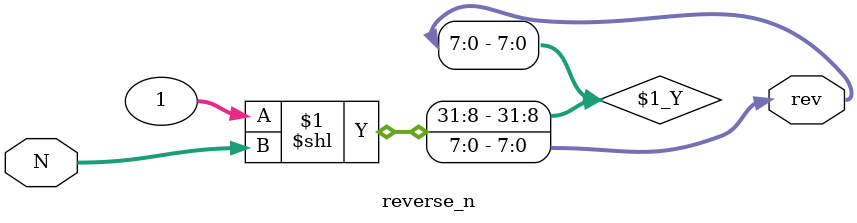
<source format=v>
module reverse_n
(
	input [2:0]	N,
	output	[7:0]	rev
);

assign rev = (1 << N);

endmodule
</source>
